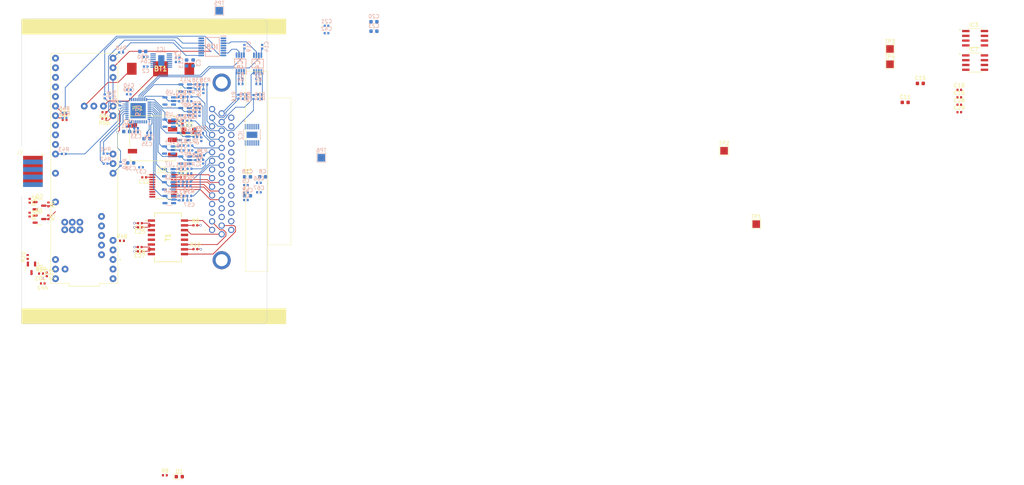
<source format=kicad_pcb>
(kicad_pcb (version 20221018) (generator pcbnew)
  (layers (0 "F.Cu" signal) (1 "In1.Cu" signal) (2 "In2.Cu" signal) (31 "B.Cu" signal) (34 "B.Paste" user) (35 "F.Paste" user) (36 "B.SilkS" user "B.Silkscreen") (37 "F.SilkS" user "F.Silkscreen") (38 "B.Mask" user) (39 "F.Mask" user) (44 "Edge.Cuts" user))
  (net 0 "")
  (net 1 "Net-(IC1-BYPASS)")
  (net 2 "5v_buck")
  (net 3 "Net-(IC1-NR)")
  (net 4 "Net-(IC2-BYPASS)")
  (net 5 "Net-(IC2-NR)")
  (net 6 "12v")
  (net 7 "Net-(BT1-+)")
  (net 8 "usb_gnd")
  (net 9 "5v_reful")
  (net 10 "5v_ref")
  (net 11 "Net-(T1-TCT)")
  (net 12 "Net-(T1-RCT)")
  (net 13 "Net-(IC9-REGCAPA)")
  (net 14 "Net-(IC9-REGCAPD)")
  (net 15 "Net-(D1-K)")
  (net 16 "Net-(D1-A)")
  (net 17 "12v_schot")
  (net 18 "GNDA")
  (net 26 "2v5_ref")
  (net 29 "sg1-")
  (net 30 "Net-(IC5-RG_1)")
  (net 31 "Net-(IC5-RG_2)")
  (net 32 "3v3")
  (net 33 "sg1")
  (net 34 "2v5_reful_dev")
  (net 35 "5v_reful_dev")
  (net 36 "SCLK1")
  (net 37 "Net-(U2-VOUT)")
  (net 38 "Net-(C43-Pad1)")
  (net 39 "Net-(C45-Pad1)")
  (net 40 "Net-(C46-Pad1)")
  (net 41 "AN3")
  (net 45 "sg2-")
  (net 46 "sg2")
  (net 47 "D4_3v3")
  (net 48 "D5_3v3")
  (net 49 "D6_3v3")
  (net 50 "Net-(C50-Pad1)")
  (net 51 "Net-(C51-Pad1)")
  (net 52 "Net-(C52-Pad1)")
  (net 53 "SCLK")
  (net 54 "!CS")
  (net 55 "!ERROR")
  (net 56 "AN2")
  (net 57 "Net-(C56-Pad1)")
  (net 58 "Net-(C57-Pad1)")
  (net 61 "Net-(C58-Pad1)")
  (net 62 "AN1")
  (net 63 "Net-(IC7-TRIM{slash}NR)")
  (net 64 "Net-(IC3-TRIM{slash}NR)")
  (net 65 "usb_d+")
  (net 66 "usb_d-")
  (net 67 "Rx-")
  (net 68 "Rx+")
  (net 69 "Tx-")
  (net 70 "Tx+")
  (net 71 "Net-(C62-Pad1)")
  (net 74 "Net-(T1-TXCT)")
  (net 75 "Net-(T1-RXCT)")
  (net 76 "Rd+")
  (net 77 "AN4")
  (net 78 "Net-(IC4-RG_1)")
  (net 80 "Net-(IC4-RG_2)")
  (net 82 "QS1S")
  (net 83 "DAC_BIAS_A")
  (net 84 "QS2S")
  (net 85 "DAC_BIAS_B")
  (net 90 "Rd-")
  (net 91 "Td+")
  (net 92 "Td-")
  (net 94 "D1_3v3")
  (net 99 "D2_3v3")
  (net 100 "D3_3v3")
  (net 101 "GPIO{slash}INT2_3v3")
  (net 102 "GPIO{slash}INT1_3v3")
  (net 104 "D3")
  (net 110 "D2")
  (net 111 "D1")
  (net 114 "SCL")
  (net 115 "SDA")
  (net 116 "AN5")
  (net 117 "GPIO{slash}INT2")
  (net 118 "GPIO{slash}INT1")
  (net 119 "D6")
  (net 120 "D5")
  (net 121 "D4")
  (net 122 "AN10")
  (net 123 "AN9")
  (net 124 "AN8")
  (net 125 "AN7")
  (net 126 "AN6")
  (net 127 "2v5_reful")
  (net 130 "MISO1")
  (net 131 "!LDAC")
  (net 132 "MOSI1")
  (net 134 "AN5_pre")
  (net 135 "AN4_pre")
  (net 136 "AN3_pre")
  (net 137 "AN2_pre")
  (net 138 "AN1_pre")
  (net 139 "QS1F")
  (net 140 "QS2F")
  (net 141 "AN10_pre")
  (net 142 "AN9_pre")
  (net 143 "AN8_pre")
  (net 144 "AN7_pre")
  (net 145 "AN6_pre")
  (net 146 "LS_EN")
  (net 147 "SCL_3v3")
  (net 148 "SDA_3v3")
  (net 149 "Net-(Q3-D)")
  (net 150 "Net-(U3-+)")
  (net 151 "Net-(U4-+)")
  (net 152 "Net-(U5-+)")
  (net 153 "Net-(U6-+)")
  (net 154 "Net-(U7-+)")
  (net 155 "Net-(U8-+)")
  (net 156 "Net-(U9-+)")
  (net 157 "Net-(U10-+)")
  (net 158 "Net-(U11-+)")
  (net 159 "Net-(U12-+)")
  (net 160 "Net-(U1-MISO)")
  (net 161 "MISO")
  (net 162 "Net-(U1-MOSI)")
  (net 163 "MOSI")
  (net 164 "Net-(U1-SCK)")
  (net 165 "CS-DAC")
  (net 166 "Net-(U1-LRCLK2)")
  (net 167 "Net-(U1-CS1)")
  (net 168 "GNDD")
  (net 169 "5v_usb")
  (net 170 "Net-(IC6-A1)")
  (net 171 "Net-(IC6-A2)")
  (net 172 "Net-(IC6-A3)")
  (net 173 "Net-(IC6-A5)")
  (net 175 "Net-(U1-OUT1B)")
  (net 177 "SYNC")
  (footprint "TestPoint:TestPoint_Pad_2.0x2.0mm" (layer "F.Cu") (at 230.025 11.9925)
    (fp_text reference "TP4")
    (fp_text value "TestPoint")
  )
  (footprint "Diode_SMD:D_0603_1608Metric" (layer "F.Cu") (at 41.7775 121.24)
    (fp_text reference "D1")
    (fp_text value "LED")
  )
  (footprint "Capacitor_SMD:C_0603_1608Metric" (layer "F.Cu") (at 238.065 17.0725)
    (fp_text reference "C15")
    (fp_text value "22uF")
  )
  (footprint "Capacitor_SMD:C_0402_1005Metric" (layer "F.Cu") (at 31.3 60.41 180)
    (fp_text reference "C26")
    (fp_text value "0.1uF")
  )
  (footprint "21xt_footprints:aaren_mouser_db44_screws" (layer "F.Cu") (at 50.46 55.869 90)
    (fp_text reference "J1")
    (fp_text value "Conn_02x23_Counter_Clockwise" hide)
  )
  (footprint "Resistor_SMD:R_0402_1005Metric" (layer "F.Cu") (at 2.13 51.83 -90)
    (fp_text reference "R11")
    (fp_text value "10k")
  )
  (footprint "21xt_footprints:SOIC127P599X175-8N" (layer "F.Cu") (at 252.58 5.095)
    (fp_text reference "IC3")
    (fp_text value "REF5025AIDR")
  )
  (footprint "Capacitor_SMD:C_0603_1608Metric" (layer "F.Cu") (at 234.055 22.0925)
    (fp_text reference "C11")
    (fp_text value "10uF")
  )
  (footprint "21xt_footprints:SOP65P640X120-20N" (layer "F.Cu") (at 37.495 44.18)
    (fp_text reference "IC6")
    (fp_text value "TXB0108PWR")
  )
  (footprint "Capacitor_SMD:C_0402_1005Metric" (layer "F.Cu") (at 248.385 18.7725)
    (fp_text reference "C10")
    (fp_text value "1uF")
  )
  (footprint "Capacitor_SMD:C_0402_1005Metric" (layer "F.Cu") (at 31.35 55.17 180)
    (fp_text reference "C25")
    (fp_text value "0.1uF")
  )
  (footprint "21xt_footprints:1220 holder" (layer "F.Cu") (at 36.81 13.19 180)
    (fp_text reference "BT1")
    (fp_text value "Battery_Cell" hide)
  )
  (footprint "Capacitor_SMD:C_0402_1005Metric" (layer "F.Cu") (at 248.385 24.6825)
    (fp_text reference "C29")
    (fp_text value "1uF")
  )
  (footprint "Resistor_SMD:R_0402_1005Metric" (layer "F.Cu") (at 1.61 63.03 90)
    (fp_text reference "R20")
    (fp_text value "1k")
  )
  (footprint "Capacitor_SMD:C_0402_1005Metric" (layer "F.Cu") (at 6.68 67.65 -90)
    (fp_text reference "C22")
    (fp_text value "0.1u")
  )
  (footprint "Package_TO_SOT_SMD:SOT-23-3" (layer "F.Cu") (at 2.6225 66.04 -90)
    (fp_text reference "Q3")
    (fp_text value "NMOS")
  )
  (footprint "Resistor_SMD:R_0402_1005Metric" (layer "F.Cu") (at 11.4 26.72)
    (fp_text reference "R57")
    (fp_text value "20R")
  )
  (footprint "21xt_footprints:CONV_TRS_2-2419" (layer "F.Cu") (at 34.69 31.61)
    (fp_text reference "PS1")
    (fp_text value "TRS_2-1211")
  )
  (footprint "Resistor_SMD:R_0402_1005Metric" (layer "F.Cu") (at 46.03 54.66)
    (fp_text reference "R9")
    (fp_text value "52.5")
  )
  (footprint "Resistor_SMD:R_0402_1005Metric" (layer "F.Cu") (at 37.95 120.86)
    (fp_text reference "R8")
    (fp_text value "330")
  )
  (footprint "Capacitor_SMD:C_0402_1005Metric" (layer "F.Cu") (at 248.385 22.7125)
    (fp_text reference "C28")
    (fp_text value "1uF")
  )
  (footprint "Capacitor_SMD:C_0402_1005Metric" (layer "F.Cu") (at 5.61 70.05 180)
    (fp_text reference "C44")
    (fp_text value "1u")
  )
  (footprint "TestPoint:TestPoint_Pad_2.0x2.0mm" (layer "F.Cu") (at 186.08 34.91)
    (fp_text reference "TP2")
    (fp_text value "TestPoint")
  )
  (footprint "TestPoint:TestPoint_Pad_2.0x2.0mm" (layer "F.Cu") (at 194.6 54.34)
    (fp_text reference "TP1")
    (fp_text value "TestPoint")
  )
  (footprint "Resistor_SMD:R_0402_1005Metric" (layer "F.Cu") (at 26.59 58.75)
    (fp_text reference "R48")
    (fp_text value "20R")
  )
  (footprint "21xt_footprints:SOIC127P599X175-8N" (layer "F.Cu") (at 252.58 11.55)
    (fp_text reference "IC7")
    (fp_text value "REF5050IDR")
  )
  (footprint "Capacitor_SMD:C_0402_1005Metric" (layer "F.Cu") (at 42.6 27.3 90)
    (fp_text reference "C9")
    (fp_text value "10uF")
  )
  (footprint "Capacitor_SMD:C_0402_1005Metric" (layer "F.Cu") (at 42.71 41.94)
    (fp_text reference "C17")
    (fp_text value "0.1uF")
  )
  (footprint "Capacitor_SMD:C_0402_1005Metric" (layer "F.Cu") (at 32.46 41.95 180)
    (fp_text reference "C12")
    (fp_text value "0.1uF")
  )
  (footprint "Resistor_SMD:R_0402_1005Metric" (layer "F.Cu") (at 21.94 24.69 180)
    (fp_text reference "R54")
    (fp_text value "20R")
  )
  (footprint "Resistor_SMD:R_0402_1005Metric" (layer "F.Cu") (at 46.03 60.96)
    (fp_text reference "R10")
    (fp_text value "52.5")
  )
  (footprint "Resistor_SMD:R_0402_1005Metric" (layer "F.Cu") (at 7.11 49.12 -90)
    (fp_text reference "R6")
    (fp_text value "10k")
  )
  (footprint "21xt_footprints:749013011" (layer "F.Cu") (at 38.77 57.84 -90)
    (fp_text reference "T1")
    (fp_text value "749013011" hide)
  )
  (footprint "Resistor_SMD:R_0402_1005Metric" (layer "F.Cu") (at 11.36 25.27)
    (fp_text reference "R55")
    (fp_text value "20R")
  )
  (footprint "Capacitor_SMD:C_0402_1005Metric" (layer "F.Cu") (at 31.31 61.54 180)
    (fp_text reference "C27")
    (fp_text value "0.1uF")
  )
  (footprint "Resistor_SMD:R_0402_1005Metric" (layer "F.Cu") (at 2.15 48.15 -90)
    (fp_text reference "R12")
    (fp_text value "10k")
  )
  (footprint "Capacitor_SMD:C_0402_1005Metric" (layer "F.Cu") (at 248.385 20.7425)
    (fp_text reference "C16")
    (fp_text value "1uF")
  )
  (footprint "Capacitor_SMD:C_0402_1005Metric" (layer "F.Cu") (at 31.36 54.09 180)
    (fp_text reference "C24")
    (fp_text value "0.1uF")
  )
  (footprint "21xt_footprints:MODULE_DEV-16771" (layer "F.Cu") (at 16.6 42.38 90)
    (fp_text reference "U1")
    (fp_text value "DEV-16771")
  )
  (footprint "Resistor_SMD:R_0402_1005Metric" (layer "F.Cu") (at 5.15 67.45)
    (fp_text reference "R19")
    (fp_text value "5k")
  )
  (footprint "Diode_SMD:D_1206_3216Metric" (layer "F.Cu") (at 44.39 29.63)
    (fp_text reference "D2")
    (fp_text value "D_Schottky")
  )
  (footprint "21xt_footprints:Double Sided Mezzanine Card Edge_Edge Side" (layer "F.Cu") (at 0 35.875)
    (fp_text reference "J2")
    (fp_text value "Mezanine Edge")
    (fp_line (start 0 0.3) (end 0.25 0.05) (stroke (width 0.01)) (layer "Edge.Cuts"))
    (fp_line (start 0 8.7) (end 0 0.3) (stroke (width 0.01)) (layer "Edge.Cuts"))
    (fp_line (start 0 8.7) (end 0.25 8.95) (stroke (width 0.01)) (layer "Edge.Cuts"))
    (fp_line (start 0.25 0.05) (end 4.7 0.05) (stroke (width 0.01)) (layer "Edge.Cuts"))
    (fp_line (start 1 -1.1) (end 0 -2.1) (stroke (width 0.01)) (layer "Edge.Cuts"))
    (fp_line (start 1 10.1) (end 0 11.1) (stroke (width 0.01)) (layer "Edge.Cuts"))
    (fp_line (start 4.7 -1.1) (end 1 -1.1) (stroke (width 0.01)) (layer "Edge.Cuts"))
    (fp_line (start 4.7 0.05) (end 4.7 -1.1) (stroke (width 0.01)) (layer "Edge.Cuts"))
    (fp_line (start 4.7 8.95) (end 0.25 8.95) (stroke (width 0.01)) (layer "Edge.Cuts"))
    (fp_line (start 4.7 8.95) (end 4.7 10.1) (stroke (width 0.01)) (layer "Edge.Cuts"))
    (fp_line (start 4.7 10.1) (end 1 10.1) (stroke (width 0.01)) (layer "Edge.Cuts"))
  )
  (footprint "Package_TO_SOT_SMD:SOT-23-3" (layer "F.Cu") (at 4.7075 49.45)
    (fp_text reference "Q2")
    (fp_text value "NMOS")
  )
  (footprint "Resistor_SMD:R_0402_1005Metric" (layer "F.Cu") (at 21.89 26.36 180)
    (fp_text reference "R56")
    (fp_text value "20R")
  )
  (footprint "Resistor_SMD:R_0402_1005Metric" (layer "F.Cu") (at 7.09 52.53 -90)
    (fp_text reference "R5")
    (fp_text value "10k")
  )
  (footprint "21xt_footprints:YFP0004AAAA" (layer "F.Cu") (at 5.56 68.69 180)
    (fp_text reference "U2")
    (fp_text value "TPS22915BYFPR")
  )
  (footprint "Package_TO_SOT_SMD:SOT-23-3" (layer "F.Cu") (at 4.72 53)
    (fp_text reference "Q1")
    (fp_text value "NMOS")
  )
  (footprint "TestPoint:TestPoint_Pad_2.0x2.0mm" (layer "F.Cu") (at 230.025 7.9425)
    (fp_text reference "TP3")
    (fp_text value "TestPoint")
  )
  (footprint "Resistor_SMD:R_0402_1005Metric" (layer "B.Cu") (at 48.65 17.35 180)
    (fp_text reference "R35")
    (fp_text value "27.7k")
  )
  (footprint "Resistor_SMD:R_0402_1005Metric" (layer "B.Cu") (at 46.5975 17.3375 180)
    (fp_text reference "R38")
    (fp_text value "99.1k")
  )
  (footprint "Resistor_SMD:R_0402_1005Metric" (layer "B.Cu") (at 44.42 26.98 180)
    (fp_text reference "R33")
    (fp_text value "27.7k")
  )
  (footprint "Capacitor_SMD:C_0402_1005Metric" (layer "B.Cu") (at 46 25.16 -90)
    (fp_text reference "C55")
    (fp_text value "1n")
  )
  (footprint "21xt_footprints:SOP65P490X110-8N" (layer "B.Cu") (at 62.53 11.81 90)
    (fp_text reference "IC4")
    (fp_text value "INA821IDGKT" hide)
  )
  (footprint "Resistor_SMD:R_0402_1005Metric" (layer "B.Cu") (at 42.23 43.09 180)
    (fp_text reference "R24")
    (fp_text value "99.1k")
  )
  (footprint "Package_TO_SOT_SMD:SOT-23-5" (layer "B.Cu") (at 42.9225 31.13 180)
    (fp_text reference "U5")
    (fp_text value "${SIM.PARAMS}")
  )
  (footprint "Capacitor_SMD:C_0402_1005Metric" (layer "B.Cu") (at 47.12 25.17 -90)
    (fp_text reference "C52")
    (fp_text value "100p")
  )
  (footprint "Capacitor_SMD:C_0603_1608Metric" (layer "B.Cu") (at 93.335 3.24 180)
    (fp_text reference "C23")
    (fp_text value "10uF")
  )
  (footprint "Capacitor_SMD:C_0402_1005Metric" (layer "B.Cu") (at 48.14 19.14 -90)
    (fp_text reference "C58")
    (fp_text value "100p")
  )
  (footprint "Capacitor_SMD:C_0402_1005Metric" (layer "B.Cu") (at 62.865 43.39 180)
    (fp_text reference "C66")
    (fp_text value "0.1uF")
  )
  (footprint "Capacitor_SMD:C_0402_1005Metric" (layer "B.Cu") (at 46.5575 18.6175 180)
    (fp_text reference "C61")
    (fp_text value "1n")
  )
  (footprint "21xt_footprints:SOP50P490X110-17N" (layer "B.Cu") (at 37 11.01 180)
    (fp_text reference "IC1")
    (fp_text value "LT6658AHMSE-2.5#PBF")
  )
  (footprint "Resistor_SMD:R_0402_1005Metric" (layer "B.Cu") (at 42.23 39.705 180)
    (fp_text reference "R31")
    (fp_text value "99.1k")
  )
  (footprint "Resistor_SMD:R_0402_1005Metric" (layer "B.Cu") (at 11.32 24.88 180)
    (fp_text reference "R45")
    (fp_text value "20R")
  )
  (footprint "Capacitor_SMD:C_0402_1005Metric" (layer "B.Cu") (at 42.4225 34.8425 180)
    (fp_text reference "C48")
    (fp_text value "1n")
  )
  (footprint "Capacitor_SMD:C_0603_1608Metric" (layer "B.Cu") (at 59.845 41.81 180)
    (fp_text reference "C18")
    (fp_text value "10uF")
  )
  (footprint "Capacitor_SMD:C_0603_1608Metric" (layer "B.Cu") (at 45.44 11.635 90)
    (fp_text reference "C3")
    (fp_text value "10uF")
  )
  (footprint "Resistor_SMD:R_0402_1005Metric" (layer "B.Cu") (at 44.4125 46.8575 180)
    (fp_text reference "R34")
    (fp_text value "27.7k")
  )
  (footprint "Capacitor_SMD:C_0402_1005Metric" (layer "B.Cu") (at 80.77 1.79 180)
    (fp_text reference "C21")
    (fp_text value "0.1uF")
  )
  (footprint "Resistor_SMD:R_0402_1005Metric" (layer "B.Cu") (at 22.02 20.49 90)
    (fp_text reference "R47")
    (fp_text value "20R")
  )
  (footprint "Capacitor_SMD:C_0402_1005Metric" (layer "B.Cu") (at 41.35 10.25 180)
    (fp_text reference "C1")
    (fp_text value "1uF")
  )
  (footprint "Capacitor_SMD:C_0402_1005Metric" (layer "B.Cu") (at 59.425 47.95 180)
    (fp_text reference "C7")
    (fp_text value "0.1uF")
  )
  (footprint "Capacitor_SMD:C_0402_1005Metric" (layer "B.Cu") (at 30.34 29.96)
    (fp_text reference "C33")
    (fp_text value "1uF")
  )
  (footprint "Package_TO_SOT_SMD:SOT-23-5" (layer "B.Cu") (at 38.98 40.72 180)
    (fp_text reference "U7")
    (fp_text value "${SIM.PARAMS}")
  )
  (footprint "Resistor_SMD:R_0402_1005Metric" (layer "B.Cu") (at 11.185 35.74 180)
    (fp_text reference "R43")
    (fp_text value "20R")
  )
  (footprint "Resistor_SMD:R_0402_1005Metric" (layer "B.Cu") (at 22.24 35.67 180)
    (fp_text reference "R41")
    (fp_text value "20R")
  )
  (footprint "Capacitor_SMD:C_0603_1608Metric" (layer "B.Cu") (at 43.7 11.655 -90)
    (fp_text reference "C13")
    (fp_text value "10uF")
  )
  (footprint "Package_TO_SOT_SMD:SOT-23-5" (layer "B.Cu") (at 43.32 37.3775 180)
    (fp_text reference "U12")
    (fp_text value "${SIM.PARAMS}")
  )
  (footprint "Package_TO_SOT_SMD:SOT-23-5" (layer "B.Cu") (at 39.11 21.7175 180)
    (fp_text reference "U6")
    (fp_text value "${SIM.PARAMS}")
  )
  (footprint "Capacitor_SMD:C_0402_1005Metric" (layer "B.Cu") (at 42.2925 48.0375 180)
    (fp_text reference "C60")
    (fp_text value "1n")
  )
  (footprint "Resistor_SMD:R_0402_1005Metric" (layer "B.Cu") (at 61.42 20.67 -90)
    (fp_text reference "R13")
    (fp_text value "350")
  )
  (footprint "Capacitor_SMD:C_0402_1005Metric" (layer "B.Cu") (at 48.09 37.8 -90)
    (fp_text reference "C62")
    (fp_text value "100p")
  )
  (footprint "Capacitor_SMD:C_0402_1005Metric" (layer "B.Cu") (at 62.865 45.9 180)
    (fp_text reference "C67")
    (fp_text value "0.1uF")
  )
  (footprint "Capacitor_SMD:C_0402_1005Metric" (layer "B.Cu") (at 59.425 44.01 180)
    (fp_text reference "C5")
    (fp_text value "1uF")
  )
  (footprint "Capacitor_SMD:C_0402_1005Metric" (layer "B.Cu") (at 44.42 28.21)
    (fp_text reference "C56")
    (fp_text value "100p")
  )
  (footprint "Capacitor_SMD:C_0402_1005Metric" (layer "B.Cu") (at 44.4125 48.06)
    (fp_text reference "C57")
    (fp_text value "100p")
  )
  (footprint "Resistor_SMD:R_0402_1005Metric" (layer "B.Cu") (at 58.04 15.86 180)
    (fp_text reference "R2")
    (fp_text value "R")
  )
  (footprint "Resistor_SMD:R_0402_1005Metric" (layer "B.Cu") (at 26.21 38.37 90)
    (fp_text reference "R49")
    (fp_text value "20R")
  )
  (footprint "TestPoint:TestPoint_Pad_2.0x2.0mm" (layer "B.Cu") (at 79.39 36.77 180)
    (fp_text reference "TP6")
    (fp_text value "TestPoint")
  )
  (footprint "Resistor_SMD:R_0402_1005Metric" (layer "B.Cu") (at 63.15 19.99)
    (fp_text reference "R14")
    (fp_text value "350")
  )
  (footprint "Package_TO_SOT_SMD:SOT-23-5" (layer "B.Cu") (at 43.34 18.29 180)
    (fp_text reference "U11")
    (fp_text value "${SIM.PARAMS}")
  )
  (footprint "Resistor_SMD:R_0402_1005Metric" (layer "B.Cu") (at 57.42 20.59 -90)
    (fp_text reference "R16")
    (fp_text value "350")
  )
  (footprint "Capacitor_SMD:C_0402_1005Metric" (layer "B.Cu") (at 41.35 11.4 180)
    (fp_text reference "C4")
    (fp_text value "0.1uF")
  )
  (footprint "Resistor_SMD:R_0402_1005Metric" (layer "B.Cu") (at 47.14 23.07 -90)
    (fp_text reference "R29")
    (fp_text value "27.7k")
  )
  (footprint "21xt_footprints:SOP65P640X120-16N" (layer "B.Cu") (at 50.52 7.38 180)
    (fp_text reference "IC8")
    (fp_text value "AD5689RARUZ-RL7" hide)
  )
  (footprint "Resistor_SMD:R_0402_1005Metric" (layer "B.Cu") (at 59.06 19.94)
    (fp_text reference "R17")
    (fp_text value "350")
  )
  (footprint "Capacitor_SMD:C_0603_1608Metric" (layer "B.Cu") (at 27.83 29.81 180)
    (fp_text reference "C31")
    (fp_text value "10uF")
  )
  (footprint "Resistor_SMD:R_0402_1005Metric" (layer "B.Cu") (at 42.24 26.96 180)
    (fp_text reference "R36")
    (fp_text value "99.1k")
  )
  (footprint "Package_TO_SOT_SMD:SOT-23-5" (layer "B.Cu") (at 39.12 47.83 180)
    (fp_text reference "U10")
    (fp_text value "${SIM.PARAMS}")
  )
  (footprint "Capacitor_SMD:C_0402_1005Metric" (layer "B.Cu") (at 28.38 19.94 180)
    (fp_text reference "C39")
    (fp_text value "0.1uF")
  )
  (footprint "Resistor_SMD:R_0402_1005Metric" (layer "B.Cu") (at 44.29 43.09 180)
    (fp_text reference "R21")
    (fp_text value "27.7k")
  )
  (footprint "Capacitor_SMD:C_0603_1608Metric" (layer "B.Cu") (at 93.335 0.73 180)
    (fp_text reference "C20")
    (fp_text value "10uF")
  )
  (footprint "Capacitor_SMD:C_0603_1608Metric" (layer "B.Cu") (at 63.855 41.81 180)
    (fp_text reference "C8")
    (fp_text value "10uF")
  )
  (footprint "Capacitor_SMD:C_0402_1005Metric" (layer "B.Cu") (at 63.72 7.34 90)
    (fp_text reference "C14")
    (fp_text value "1uF")
  )
  (footprint "21xt_footprints:SOP50P490X110-17N" (layer "B.Cu") (at 61.03 30.68 -90)
    (fp_text reference "IC2")
    (fp_text value "LT6658AHMSE-5#PBF")
  )
  (footprint "Capacitor_SMD:C_0402_1005Metric" (layer "B.Cu") (at 42.25 40.885 180)
    (fp_text reference "C54")
    (fp_text value "1n")
  )
  (footprint "Capacitor_SMD:C_0402_1005Metric" (layer "B.Cu") (at 80.77 3.76 180)
    (fp_text reference "C42")
    (fp_text value "0.1uF")
  )
  (footprint "Capacitor_SMD:C_0402_1005Metric" (layer "B.Cu") (at 47.5925 31.85 -90)
    (fp_text reference "C46")
    (fp_text value "100p")
  )
  (footprint "Package_TO_SOT_SMD:SOT-23-5" (layer "B.Cu") (at 39.09 27.5975 180)
    (fp_text reference "U9")
    (fp_text value "${SIM.PARAMS}")
  )
  (footprint "Resistor_SMD:R_0402_1005Metric" (layer "B.Cu") (at 26 22.39 -90)
    (fp_text reference "R7")
    (fp_text value "10k")
  )
  (footprint "Resistor_SMD:R_0402_1005Metric" (layer "B.Cu") (at 26.38 8.85 180)
    (fp_text reference "R48")
    (fp_text value "20R")
  )
  (footprint "Capacitor_SMD:C_0402_1005Metric" (layer "B.Cu") (at 31.64 39.28)
    (fp_text reference "C37")
    (fp_text value "0.1uF")
  )
  (footprint "Capacitor_SMD:C_0603_1608Metric" (layer "B.Cu") (at 33.19 31.7)
    (fp_text reference "C35")
    (fp_text value "10uF")
  )
  (footprint "Capacitor_SMD:C_0402_1005Metric" (layer "B.Cu") (at 46.0325 31.26 180)
    (fp_text reference "C49")
    (fp_text value "1n")
  )
  (footprint "Resistor_SMD:R_0402_1005Metric" (layer "B.Cu") (at 42.2825 46.86 180)
    (fp_text reference "R37")
    (fp_text value "99.1k")
  )
  (footprint "Resistor_SMD:R_0402_1005Metric" (layer "B.Cu") (at 47.83 36.09 180)
    (fp_text reference "R39")
    (fp_text value "27.7k")
  )
  (footprint "Capacitor_SMD:C_0402_1005Metric" (layer "B.Cu") (at 44.48 21.78)
    (fp_text reference "C50")
    (fp_text value "100p")
  )
  (footprint "Resistor_SMD:R_0402_1005Metric" (layer "B.Cu") (at 58.03 17.22 180)
    (fp_text reference "R4")
    (fp_text value "20")
  )
  (footprint "Resistor_SMD:R_0402_1005Metric" (layer "B.Cu") (at 62.69 17.22 180)
    (fp_text reference "R1")
    (fp_text value "R")
  )
  (footprint "Capacitor_SMD:C_0603_1608Metric" (layer "B.Cu") (at 32.105 8.61)
    (fp_text reference "C30")
    (fp_text value "10uF")
  )
  (footprint "Resistor_SMD:R_0402_1005Metric" (layer "B.Cu") (at 47.5425 30.19 180)
    (fp_text reference "R23")
    (fp_text value "27.7k")
  )
  (footprint "Capacitor_SMD:C_0402_1005Metric" (layer "B.Cu") (at 42.19 44.1725 180)
    (fp_text reference "C47")
    (fp_text value "1n")
  )
  (footprint "Resistor_SMD:R_0402_1005Metric" (layer "B.Cu") (at 42.4225 33.5225 180)
    (fp_text reference "R25")
    (fp_text value "99.1k")
  )
  (footprint "Capacitor_SMD:C_0402_1005Metric" (layer "B.Cu") (at 44.7425 34.8025)
    (fp_text reference "C45")
    (fp_text value "100p")
  )
  (footprint "Resistor_SMD:R_0402_1005Metric" (layer "B.Cu") (at 42.25 20.61 180)
    (fp_text reference "R30")
    (fp_text value "99.1k")
  )
  (footprint "Resistor_SMD:R_0402_1005Metric" (layer "B.Cu") (at 44.49 20.61 180)
    (fp_text reference "R27")
    (fp_text value "27.7k")
  )
  (footprint "Resistor_SMD:R_0402_1005Metric" (layer "B.Cu") (at 11.35 26.19 180)
    (fp_text reference "R44")
    (fp_text value "20R")
  )
  (footprint "Package_TO_SOT_SMD:SOT-23-5" (layer "B.Cu") (at 43.3 24.54 180)
    (fp_text reference "U8")
    (fp_text value "${SIM.PARAMS}")
  )
  (footprint "Resistor_SMD:R_0402_1005Metric" (layer "B.Cu") (at 46.18 35.82 90)
    (fp_text reference "R40")
    (fp_text value "99.1k")
  )
  (footprint "Resistor_SMD:R_0402_1005Metric" (layer "B.Cu") (at 63.09 21.17 180)
    (fp_text reference "R15")
    (fp_text value "350")
  )
  (footprint "Resistor_SMD:R_0402_1005Metric" (layer "B.Cu") (at 59.11 21.14 180)
    (fp_text reference "R18")
    (fp_text value "350")
  )
  (footprint "Capacitor_SMD:C_0402_1005Metric" (layer "B.Cu") (at 42.24 28.2 180)
    (fp_text reference "C59")
    (fp_text value "1n")
  )
  (footprint "Capacitor_SMD:C_0402_1005Metric" (layer "B.Cu") (at 42.24 21.81 180)
    (fp_text reference "C53")
    (fp_text value "1n")
  )
  (footprint "21xt_footprints:SOP65P490X110-8N" (layer "B.Cu") (at 57.92 11.76 90)
    (fp_text reference "IC5")
    (fp_text value "INA821IDGKT" hide)
  )
  (footprint "Resistor_SMD:R_0402_1005Metric" (layer "B.Cu") (at 22.255 38.32 180)
    (fp_text reference "R42")
    (fp_text value "20R")
  )
  (footprint "Package_TO_SOT_SMD:SOT-23-5" (layer "B.Cu") (at 38.96 44.1975 180)
    (fp_text reference "U3")
    (fp_text value "${SIM.PARAMS}")
  )
  (footprint "Capacitor_SMD:C_0402_1005Metric" (layer "B.Cu") (at 30.34 28.92)
    (fp_text reference "C34")
    (fp_text value "0.1uF")
  )
  (footprint "Capacitor_SMD:C_0402_1005Metric" (layer "B.Cu") (at 28.42 18.75 180)
    (fp_text reference "C40")
    (fp_text value "1uF")
  )
  (footprint "Capacitor_SMD:C_0402_1005Metric" (layer "B.Cu") (at 59.03 7.33 90)
    (fp_text reference "C19")
    (fp_text value "1uF")
  )
  (footprint "Capacitor_SMD:C_0603_1608Metric" (layer "B.Cu") (at 59.845 46.83 180)
    (fp_text reference "C41")
    (fp_text value "10uF")
  )
  (footprint "TestPoint:TestPoint_Pad_2.0x2.0mm" (layer "B.Cu") (at 52.36 -2.18 180)
    (fp_text reference "TP5")
    (fp_text value "TestPoint")
  )
  (footprint "Capacitor_SMD:C_0402_1005Metric" (layer "B.Cu") (at 32.86 10.03)
    (fp_text reference "C64")
    (fp_text value "0.1uF")
  )
  (footprint "Resistor_SMD:R_0402_1005Metric" (layer "B.Cu") (at 45.9525 29.69 90)
    (fp_text reference "R26")
    (fp_text value "99.1k")
  )
  (footprint "Resistor_SMD:R_0402_1005Metric" (layer "B.Cu") (at 62.67 15.85 180)
    (fp_text reference "R3")
    (fp_text value "20")
  )
  (footprint "Capacitor_SMD:C_0402_1005Metric" (layer "B.Cu") (at 59.425 45.98 180)
    (fp_text reference "C6")
    (fp_text value "0.1uF")
  )
  (footprint "Capacitor_SMD:C_0402_1005Metric" (layer "B.Cu") (at 44.26 44.24)
    (fp_text reference "C43")
    (fp_text value "100p")
  )
  (footprint "Resistor_SMD:R_0402_1005Metric" (layer "B.Cu") (at 46 23.06 90)
    (fp_text reference "R32")
    (fp_text value "99.1k")
  )
  (footprint "Resistor_SMD:R_0402_1005Metric" (layer "B.Cu") (at 23.43 20.28 90)
    (fp_text reference "R46")
    (fp_text value "20R")
  )
  (footprint "Resistor_SMD:R_0402_1005Metric" (layer "B.Cu") (at 44.49 39.685 180)
    (fp_text reference "R28")
    (fp_text value "27.7k")
  )
  (footprint "Capacitor_SMD:C_0402_1005Metric" (layer "B.Cu") (at 28.36 28.45 180)
    (fp_text reference "C32")
    (fp_text value "0.1uF")
  )
  (footprint "21xt_footprints:AD7175-8BCPZ-RL7" (layer "B.Cu") (at 30.86 24.29 90)
    (fp_text reference "IC9")
    (fp_text value "AD7175-8BCPZ-RL7" hide)
  )
  (footprint "Package_TO_SOT_SMD:SOT-23-5" (layer "B.Cu") (at 39.0125 34.71 180)
    (fp_text reference "U4")
    (fp_text value "${SIM.PARAMS}")
  )
  (footprint "Capacitor_SMD:C_0603_1608Metric" (layer "B.Cu") (at 28.905 38.13)
    (fp_text reference "C38")
    (fp_text value "10uF")
  )
  (footprint "Capacitor_SMD:C_0402_1005Metric" (layer "B.Cu") (at 32.87 12.6)
    (fp_text reference "C2")
    (fp_text value "0.1uF")
  )
  (footprint "Capacitor_SMD:C_0402_1005Metric" (layer "B.Cu") (at 46.55 37.39 180)
    (fp_text reference "C63")
    (fp_text value "1n")
  )
  (footprint "Capacitor_SMD:C_0402_1005Metric" (layer "B.Cu") (at 44.47 40.895)
    (fp_text reference "C51")
    (fp_text value "100p")
  )
  (footprint "Resistor_SMD:R_0402_1005Metric" (layer "B.Cu") (at 44.7025 33.5525 180)
    (fp_text reference "R22")
    (fp_text value "27.7k")
  )
  (footprint "Capacitor_SMD:C_0402_1005Metric" (layer "B.Cu") (at 33.75 30.17)
    (fp_text reference "C36")
    (fp_text value "0.1uF")
  )
  (gr_rect (start 0 0) (end 70 4) (stroke (width 0.15)) (fill solid) (layer "F.SilkS"))
  (gr_rect (start 0 76.75) (end 70 80.75) (stroke (width 0.15)) (fill solid) (layer "F.SilkS"))
  (gr_arc locked (start 0 1) (mid 0.292893 0.292893) (end 1 0) (stroke (width 0.1)) (layer "Edge.Cuts"))
  (gr_arc locked (start 1 80.75) (mid 0.292893 80.457107) (end 0 79.75) (stroke (width 0.1)) (layer "Edge.Cuts"))
  (gr_arc locked (start 65 79.75) (mid 64.707107 80.457107) (end 64 80.75) (stroke (width 0.1)) (layer "Edge.Cuts"))
  (gr_line locked (start 64 80.75) (end 1 80.75) (stroke (width 0.1)) (layer "Edge.Cuts"))
  (gr_arc locked (start 64 0) (mid 64.707106 0.292893) (end 65 1) (stroke (width 0.1)) (layer "Edge.Cuts"))
  (gr_line locked (start 1 0) (end 64 0) (stroke (width 0.1)) (layer "Edge.Cuts"))
  (gr_line locked (start 65 1) (end 65 79.75) (stroke (width 0.1)) (layer "Edge.Cuts"))
  (gr_line locked (start 0 1) (end 0 33.775) (stroke (width 0.1)) (layer "Edge.Cuts"))
  (gr_line locked (start 0 46.975) (end 0 79.75) (stroke (width 0.1)) (layer "Edge.Cuts"))
  (segment (start 40.365 41.905) (end 42.195 41.905) (width 0.2) (layer "F.Cu") (net 2))
  (segment (start 42.195 41.905) (end 42.23 41.94) (width 0.2) (layer "F.Cu") (net 2))
  (segment (start 23.02 21.74) (end 21.68 23.08) (width 0.2) (layer "F.Cu") (net 7))
  (segment (start 28.26 21.74) (end 23.02 21.74) (width 0.2) (layer "F.Cu") (net 7))
  (segment (start 36.81 13.19) (end 28.26 21.74) (width 0.2) (layer "F.Cu") (net 7))
  (segment (start 33.83 29.31) (end 33.27 29.87) (width 0.2) (layer "B.Cu") (net 10))
  (segment (start 33.27 30.845) (end 32.415 31.7) (width 0.2) (layer "B.Cu") (net 10))
  (segment (start 33.81 29.19) (end 33.83 29.21) (width 0.2) (layer "B.Cu") (net 10))
  (segment (start 33.27 29.87) (end 33.27 30.17) (width 0.2) (layer "B.Cu") (net 10))
  (segment (start 33.27 30.17) (end 33.27 30.845) (width 0.2) (layer "B.Cu") (net 10))
  (segment (start 33.83 29.21) (end 33.83 29.31) (width 0.2) (layer "B.Cu") (net 10))
  (segment (start 33.81 26.54) (end 33.81 29.19) (width 0.2) (layer "B.Cu") (net 10))
  (segment (start 33.86 61.54) (end 34.385 61.015) (width 0.2) (layer "F.Cu") (net 11))
  (segment (start 31.78 60.41) (end 33.78 60.41) (width 0.2) (layer "F.Cu") (net 11))
  (segment (start 33.78 60.41) (end 34.385 61.015) (width 0.2) (layer "F.Cu") (net 11))
  (segment (start 31.79 61.54) (end 33.86 61.54) (width 0.2) (layer "F.Cu") (net 11))
  (segment (start 31.83 55.17) (end 33.88 55.17) (width 0.2) (layer "F.Cu") (net 12))
  (segment (start 31.84 54.09) (end 33.81 54.09) (width 0.2) (layer "F.Cu") (net 12))
  (segment (start 33.81 54.09) (end 34.385 54.665) (width 0.2) (layer "F.Cu") (net 12))
  (segment (start 33.88 55.17) (end 34.385 54.665) (width 0.2) (layer "F.Cu") (net 12))
  (segment (start 30.11 28.21) (end 30.11 27.24) (width 0.2) (layer "B.Cu") (net 13))
  (segment (start 30.82 29.96) (end 30.82 28.92) (width 0.2) (layer "B.Cu") (net 13))
  (segment (start 30.82 28.92) (end 30.11 28.21) (width 0.2) (layer "B.Cu") (net 13))
  (segment (start 29.86 28.92) (end 29.61 28.67) (width 0.2) (layer "B.Cu") (net 18))
  (segment (start 34.23 30.17) (end 34.23 31.435) (width 0.2) (layer "B.Cu") (net 18))
  (segment (start 34.535 26.09) (end 34.535 27.765) (width 0.2) (layer "B.Cu") (net 18))
  (segment (start 29.86 29.96) (end 29.86 28.92) (width 0.2) (layer "B.Cu") (net 18))
  (segment (start 34.535 27.765) (end 34.23 28.07) (width 0.2) (layer "B.Cu") (net 18))
  (segment (start 34.485 26.04) (end 34.535 26.09) (width 0.2) (layer "B.Cu") (net 18))
  (segment (start 34.23 31.435) (end 33.965 31.7) (width 0.2) (layer "B.Cu") (net 18))
  (segment (start 34.23 28.07) (end 34.23 30.17) (width 0.2) (layer "B.Cu") (net 18))
  (segment (start 29.61 28.67) (end 29.61 27.24) (width 0.2) (layer "B.Cu") (net 18))
  (segment (start 33.81 26.04) (end 34.485 26.04) (width 0.2) (layer "B.Cu") (net 18))
  (segment (start 63.66 21.11) (end 63.6 21.17) (width 0.2) (layer "B.Cu") (net 29))
  (segment (start 63.77 19.88) (end 63.66 19.99) (width 0.2) (layer "B.Cu") (net 29))
  (segment (start 63.77 14.275) (end 63.77 19.88) (width 0.2) (layer "B.Cu") (net 29))
  (segment (start 63.505 14.01) (end 63.77 14.275) (width 0.2) (layer "B.Cu") (net 29))
  (segment (start 63.66 19.99) (end 63.66 21.11) (width 0.2) (layer "B.Cu") (net 29))
  (segment (start 58.54 15.87) (end 58.55 15.86) (width 0.2) (layer "B.Cu") (net 30))
  (segment (start 58.245 15.555) (end 58.245 13.96) (width 0.2) (layer "B.Cu") (net 30))
  (segment (start 58.54 17.22) (end 58.54 15.87) (width 0.2) (layer "B.Cu") (net 30))
  (segment (start 58.55 15.86) (end 58.245 15.555) (width 0.2) (layer "B.Cu") (net 30))
  (segment (start 57.53 14.025) (end 57.595 13.96) (width 0.2) (layer "B.Cu") (net 31))
  (segment (start 57.52 17.22) (end 57.52 15.87) (width 0.2) (layer "B.Cu") (net 31))
  (segment (start 57.53 15.86) (end 57.53 14.025) (width 0.2) (layer "B.Cu") (net 31))
  (segment (start 57.52 15.87) (end 57.53 15.86) (width 0.2) (layer "B.Cu") (net 31))
  (segment (start 32.985 41.905) (end 32.94 41.95) (width 0.2) (layer "F.Cu") (net 32))
  (segment (start 34.625 41.905) (end 32.985 41.905) (width 0.2) (layer "F.Cu") (net 32))
  (segment (start 26 21.88) (end 27.75 21.88) (width 0.2) (layer "B.Cu") (net 32))
  (segment (start 27.75 21.88) (end 27.91 22.04) (width 0.2) (layer "B.Cu") (net 32))
  (segment (start 60.32 12.96) (end 49.94 12.96) (width 0.2) (layer "B.Cu") (net 33))
  (segment (start 31.61 20.32) (end 31.61 21.34) (width 0.2) (layer "B.Cu") (net 33))
  (segment (start 36.63 15.3) (end 31.61 20.32) (width 0.2) (layer "B.Cu") (net 33))
  (segment (start 47.6 15.3) (end 36.63 15.3) (width 0.2) (layer "B.Cu") (net 33))
  (segment (start 62.855 9.61) (end 62.855 10.425) (width 0.2) (layer "B.Cu") (net 33))
  (segment (start 49.94 12.96) (end 47.6 15.3) (width 0.2) (layer "B.Cu") (net 33))
  (segment (start 62.855 10.425) (end 60.32 12.96) (width 0.2) (layer "B.Cu") (net 33))
  (segment (start 62.64 19.99) (end 61.59 19.99) (width 0.2) (layer "B.Cu") (net 34))
  (segment (start 61.59 19.99) (end 61.42 20.16) (width 0.2) (layer "B.Cu") (net 34))
  (segment (start 58.55 19.94) (end 57.56 19.94) (width 0.2) (layer "B.Cu") (net 34))
  (segment (start 57.56 19.94) (end 57.42 20.08) (width 0.2) (layer "B.Cu") (net 34))
  (segment (start 28.605 28.685) (end 28.84 28.45) (width 0.2) (layer "B.Cu") (net 35))
  (segment (start 28.84 27.47) (end 28.61 27.24) (width 0.2) (layer "B.Cu") (net 35))
  (segment (start 28.605 29.81) (end 28.605 28.685) (width 0.2) (layer "B.Cu") (net 35))
  (segment (start 63.505 9.61) (end 63.505 8.325) (width 0.2) (layer "B.Cu") (net 35))
  (segment (start 63.505 8.325) (end 63.72 8.11) (width 0.2) (layer "B.Cu") (net 35))
  (segment (start 28.84 28.45) (end 28.84 27.51) (width 0.2) (layer "B.Cu") (net 35))
  (segment (start 63.72 8.11) (end 63.72 7.82) (width 0.2) (layer "B.Cu") (net 35))
  (segment (start 58.895 9.56) (end 58.895 7.945) (width 0.2) (layer "B.Cu") (net 35))
  (segment (start 28.84 28.45) (end 28.84 27.47) (width 0.2) (layer "B.Cu") (net 35))
  (segment (start 58.895 7.945) (end 59.03 7.81) (width 0.2) (layer "B.Cu") (net 35))
  (segment (start 28.84 27.51) (end 29.11 27.24) (width 0.2) (layer "B.Cu") (net 35))
  (segment (start 23.02 9.882943) (end 27.292943 5.61) (width 0.2) (layer "B.Cu") (net 36))
  (segment (start 42.545 7.705) (end 47.582 7.705) (width 0.2) (layer "B.Cu") (net 36))
  (segment (start 23.43 19.77) (end 23.02 19.36) (width 0.2) (layer "B.Cu") (net 36))
  (segment (start 27.292943 5.61) (end 40.45 5.61) (width 0.2) (layer "B.Cu") (net 36))
  (segment (start 40.45 5.61) (end 42.545 7.705) (width 0.2) (layer "B.Cu") (net 36))
  (segment (start 23.02 19.36) (end 23.02 9.882943) (width 0.2) (layer "B.Cu") (net 36))
  (segment (start 42.74 43.09) (end 43.78 43.09) (width 0.2) (layer "B.Cu") (net 38))
  (segment (start 42.74 43.09) (end 42.74 44.1025) (width 0.2) (layer "B.Cu") (net 38))
  (segment (start 42.67 43.925) (end 42.67 44.1725) (width 0.2) (layer "B.Cu") (net 38))
  (segment (start 43.78 44.24) (end 43.78 43.09) (width 0.2) (layer "B.Cu") (net 38))
  (segment (start 42.74 44.1025) (end 42.67 44.1725) (width 0.2) (layer "B.Cu") (net 38))
  (segment (start 46.32 30.5675) (end 46.32 31.0675) (width 0.2) (layer "B.Cu") (net 40))
  (segment (start 46.32 31.0675) (end 46.5125 31.26) (width 0.2) (layer "B.Cu") (net 40))
  (segment (start 47.4 30.5575) (end 47.4 31.1775) (width 0.2) (layer "B.Cu") (net 40))
  (segment (start 47.0325 30.19) (end 47.4 30.5575) (width 0.2) (layer "B.Cu") (net 40))
  (segment (start 45.9625 30.19) (end 45.9525 30.2) (width 0.2) (layer "B.Cu") (net 40))
  (segment (start 47.4 31.1775) (end 47.5925 31.37) (width 0.2) (layer "B.Cu") (net 40))
  (segment (start 45.9525 30.2) (end 46.32 30.5675) (width 0.2) (layer "B.Cu") (net 40))
  (segment (start 47.0325 30.19) (end 45.9625 30.19) (width 0.2) (layer "B.Cu") (net 40))
  (segment (start 41.785 30.18) (end 38.281948 30.18) (width 0.2) (layer "B.Cu") (net 41))
  (segment (start 35.19 22.54) (end 33.81 22.54) (width 0.2) (layer "B.Cu") (net 41))
  (segment (start 44.06 31.13) (end 45.4225 31.13) (width 0.2) (layer "B.Cu") (net 41))
  (segment (start 38.281948 30.18) (end 36.95 28.848052) (width 0.2) (layer "B.Cu") (net 41))
  (segment (start 42.735 31.13) (end 44.06 31.13) (width 0.2) (layer "B.Cu") (net 41))
  (segment (start 36.95 24.3) (end 35.19 22.54) (width 0.2) (layer "B.Cu") (net 41))
  (segment (start 41.785 30.18) (end 42.735 31.13) (width 0.2) (layer "B.Cu") (net 41))
  (segment (start 36.95 28.848052) (end 36.95 24.3) (width 0.2) (layer "B.Cu") (net 41))
  (segment (start 45.4225 31.13) (end 45.5525 31.26) (width 0.2) (layer "B.Cu") (net 41))
  (segment (start 59.57 21.09) (end 59.62 21.14) (width 0.2) (layer "B.Cu") (net 45))
  (segment (start 59.57 19.94) (end 59.57 21.09) (width 0.2) (layer "B.Cu") (net 45))
  (segment (start 56.145 12.56) (end 49.62 12.56) (width 0.2) (layer "B.Cu") (net 46))
  (segment (start 58.245 10.46) (end 56.145 12.56) (width 0.2) (layer "B.Cu") (net 46))
  (segment (start 58.245 9.56) (end 58.245 10.46) (width 0.2) (layer "B.Cu") (net 46))
  (segment (start 49.62 12.56) (end 47.28 14.9) (width 0.2) (layer "B.Cu") (net 46))
  (segment (start 36.464315 14.9) (end 31.11 20.254314) (width 0.2) (layer "B.Cu") (net 46))
  (segment (start 47.28 14.9) (end 36.464315 14.9) (width 0.2) (layer "B.Cu") (net 46))
  (segment (start 31.11 20.254314) (end 31.11 21.34) (width 0.2) (layer "B.Cu") (net 46))
  (segment (start 10.78 24.88) (end 8.98 23.08) (width 0.2) (layer "F.Cu") (net 47))
  (segment (start 11.15 24.88) (end 10.78 24.88) (width 0.2) (layer "F.Cu") (net 47))
  (segment (start 42.76 20.61) (end 42.76 21.77) (width 0.2) (layer "B.Cu") (net 50))
  (segment (start 42.76 21.77) (end 42.72 21.81) (width 0.2) (layer "B.Cu") (net 50))
  (segment (start 42.76 20.61) (end 43.98 20.61) (width 0.2) (layer "B.Cu") (net 50))
  (segment (start 43.98 20.61) (end 43.98 21.76) (width 0.2) (layer "B.Cu") (net 50))
  (segment (start 43.98 21.76) (end 44 21.78) (width 0.2) (layer "B.Cu") (net 50))
  (segment (start 47.14 24.67) (end 47.12 24.69) (width 0.2) (layer "B.Cu") (net 52))
  (segment (start 47.14 23.58) (end 47.14 24.67) (width 0.2) (layer "B.Cu") (net 52))
  (segment (start 46 23.57) (end 46 24.68) (width 0.2) (layer "B.Cu") (net 52))
  (segment (start 47.14 23.58) (end 46.01 23.58) (width 0.2) (layer "B.Cu") (net 52))
  (segment (start 46.01 23.58) (end 46 23.57) (width 0.2) (layer "B.Cu") (net 52))
  (segment (start 26.82 24.04) (end 25.53 25.33) (width 0.2) (layer "B.Cu") (net 53))
  (segment (start 16.76 35.74) (end 11.695 35.74) (width 0.2) (layer "B.Cu") (net 53))
  (segment (start 27.91 24.04) (end 26.82 24.04) (width 0.2) (layer "B.Cu") (net 53))
  (segment (start 25.53 26.97) (end 16.76 35.74) (width 0.2) (layer "B.Cu") (net 53))
  (segment (start 25.53 25.33) (end 25.53 26.97) (width 0.2) (layer "B.Cu") (net 53))
  (segment (start 25.96 29.45) (end 25.43 29.98) (width 0.2) (layer "F.Cu") (net 54))
  (segment (start 25.96 24.02) (end 25.96 29.45) (width 0.2) (layer "F.Cu") (net 54))
  (segment (start 25.94 24) (end 25.96 24.02) (width 0.2) (layer "F.Cu") (net 54))
  (via (at 25.43 29.98) (size 0.6) (drill 0.4) (layers "F.Cu" "B.Cu") (net 54))
  (via (at 25.94 24) (size 0.6) (drill 0.4) (layers "F.Cu" "B.Cu") (net 54))
  (segment (start 25.43 34.18) (end 25.43 29.98) (width 0.2) (layer "B.Cu") (net 54))
  (segment (start 26.21 34.96) (end 25.43 34.18) (width 0.2) (layer "B.Cu") (net 54))
  (segment (start 26.4 23.54) (end 27.91 23.54) (width 0.2) (layer "B.Cu") (net 54))
  (segment (start 25.94 24) (end 26.4 23.54) (width 0.2) (layer "B.Cu") (net 54))
  (segment (start 26.21 37.86) (end 26.21 34.96) (width 0.2) (layer "B.Cu") (net 54))
  (segment (start 26 22.9) (end 26.14 23.04) (width 0.2) (layer "B.Cu") (net 55))
  (segment (start 24.22 21.12) (end 24.22 15.46) (width 0.2) (layer "B.Cu") (net 55))
  (segment (start 26.14 23.04) (end 27.91 23.04) (width 0.2) (layer "B.Cu") (net 55))
  (segment (start 26 22.9) (end 24.22 21.12) (width 0.2) (layer "B.Cu") (net 55))
  (segment (start 42.1625 23.59) (end 37.371372 23.59) (width 0.2) (layer "B.Cu") (net 56))
  (segment (start 42.1625 23.59) (end 43.1125 24.54) (width 0.2) (layer "B.Cu") (net 56))
  (segment (start 44.5975 24.7) (end 44.4375 24.54) (width 0.2) (layer "B.Cu") (net 56))
  (segment (start 35.121372 21.34) (end 33.11 21.34) (width 0.2) (layer "B.Cu") (net 56))
  (segment (start 37.371372 23.59) (end 35.121372 21.34) (width 0.2) (layer "B.Cu") (net 56))
  (segment (start 43.1125 24.54) (end 44.4375 24.54) (width 0.2) (layer "B.Cu") (net 56))
  (segment (start 46 25.64) (end 44.9 24.54) (width 0.2) (layer "B.Cu") (net 56))
  (segment (start 44.9 24.54) (end 44.4375 24.54) (width 0.2) (layer "B.Cu") (net 56))
  (segment (start 42.7925 46.86) (end 42.7925 48.0175) (width 0.2) (layer "B.Cu") (net 58))
  (segment (start 43.9025 46.8575) (end 43.9025 48.03) (width 0.2) (layer "B.Cu") (net 58))
  (segment (start 42.7925 46.86) (end 43.9 46.86) (width 0.2) (layer "B.Cu") (net 58))
  (segment (start 43.9025 48.03) (end 43.9325 48.06) (width 0.2) (layer "B.Cu") (net 58))
  (segment (start 43.9 46.86) (end 43.9025 46.8575) (width 0.2) (layer "B.Cu") (net 58))
  (segment (start 42.7925 48.0175) (end 42.7725 48.0375) (width 0.2) (layer "B.Cu") (net 58))
  (segment (start 47.1075 18.5475) (end 47.0375 18.6175) (width 0.2) (layer "B.Cu") (net 61))
  (segment (start 47.12 17.35) (end 47.1075 17.3375) (width 0.2) (layer "B.Cu") (net 61))
  (segment (start 48.14 17.35) (end 47.12 17.35) (width 0.2) (layer "B.Cu") (net 61))
  (segment (start 47.1075 17.3375) (end 47.1075 18.5475) (width 0.2) (layer "B.Cu") (net 61))
  (segment (start 48.14 17.35) (end 48.14 18.66) (width 0.2) (layer "B.Cu") (net 61))
  (segment (start 45.75 18.29) (end 46.0775 18.6175) (width 0.2) (layer "B.Cu") (net 62))
  (segment (start 35.105686 17.39) (end 32.11 20.385686) (width 0.2) (layer "B.Cu") (net 62))
  (segment (start 32.11 20.385686) (end 32.11 21.34) (width 0.2) (layer "B.Cu") (net 62))
  (segment (start 44.4775 18.29) (end 45.75 18.29) (width 0.2) (layer "B.Cu") (net 62))
  (segment (start 42.2025 17.34) (end 43.1525 18.29) (width 0.2) (layer "B.Cu") (net 62))
  (segment (start 43.1525 18.29) (end 44.4775 18.29) (width 0.2) (layer "B.Cu") (net 62))
  (segment (start 42.2025 17.34) (end 42.1525 17.39) (width 0.2) (layer "B.Cu") (net 62))
  (segment (start 42.1525 17.39) (end 35.105686 17.39) (width 0.2) (layer "B.Cu") (net 62))
  (segment (start 43.79 55.935) (end 44.867 57.012) (width 0.2) (layer "F.Cu") (net 67))
  (segment (start 43.155 55.935) (end 43.79 55.935) (width 0.2) (layer "F.Cu") (net 67))
  (segment (start 44.867 57.012) (end 53 57.012) (width 0.2) (layer "F.Cu") (net 67))
  (segment (start 47.986 53.395) (end 50.46 55.869) (width 0.2) (layer "F.Cu") (net 68))
  (segment (start 43.155 53.395) (end 47.986 53.395) (width 0.2) (layer "F.Cu") (net 68))
  (segment (start 43.155 62.285) (end 50.706505 62.285) (width 0.2) (layer "F.Cu") (net 69))
  (segment (start 56.659 56.332505) (end 56.659 55.109001) (width 0.2) (layer "F.Cu") (net 69))
  (segment (start 56.275999 54.726) (end 53 54.726) (width 0.2) (layer "F.Cu") (net 69))
  (segment (start 50.706505 62.285) (end 56.659 56.332505) (width 0.2) (layer "F.Cu") (net 69))
  (segment (start 56.659 55.109001) (end 56.275999 54.726) (width 0.2) (layer "F.Cu") (net 69))
  (segment (start 54.119 56.539) (end 53.425 55.845) (width 0.2) (layer "F.Cu") (net 70))
  (segment (start 54.119 57.475505) (end 54.119 56.539) (width 0.2) (layer "F.Cu") (net 70))
  (segment (start 53.425 55.845) (end 52.536495 55.845) (width 0.2) (layer "F.Cu") (net 70))
  (segment (start 52.536495 55.845) (end 50.46 53.768505) (width 0.2) (layer "F.Cu") (net 70))
  (segment (start 50.46 53.768505) (end 50.46 53.583) (width 0.2) (layer "F.Cu") (net 70))
  (segment (start 51.849505 59.745) (end 54.119 57.475505) (width 0.2) (layer "F.Cu") (net 70))
  (segment (start 43.155 59.745) (end 51.849505 59.745) (width 0.2) (layer "F.Cu") (net 70))
  (segment (start 46.79 36.74) (end 46.79 37.15) (width 0.2) (layer "B.Cu") (net 71))
  (segment (start 47.08 36.33) (end 47.32 36.09) (width 0.2) (layer "B.Cu") (net 71))
  (segment (start 48.09 37.04) (end 48.09 37.32) (width 0.2) (layer "B.Cu") (net 71))
  (segment (start 46.18 36.33) (end 47.08 36.33) (width 0.2) (layer "B.Cu") (net 71))
  (segment (start 47.32 36.09) (end 47.32 36.27) (width 0.2) (layer "B.Cu") (net 71))
  (segment (start 46.79 37.15) (end 47.03 37.39) (width 0.2) (layer "B.Cu") (net 71))
  (segment (start 46.18 36.33) (end 46.38 36.33) (width 0.2) (layer "B.Cu") (net 71))
  (segment (start 46.38 36.33) (end 46.79 36.74) (width 0.2) (layer "B.Cu") (net 71))
  (segment (start 47.32 36.27) (end 48.09 37.04) (width 0.2) (layer "B.Cu") (net 71))
  (segment (start 45.725 61.015) (end 45.78 60.96) (width 0.2) (layer "F.Cu") (net 74))
  (segment (start 43.155 61.015) (end 45.725 61.015) (width 0.2) (layer "F.Cu") (net 74))
  (segment (start 43.155 54.665) (end 45.775 54.665) (width 0.2) (layer "F.Cu") (net 75))
  (segment (start 45.775 54.665) (end 45.78 54.66) (width 0.2) (layer "F.Cu") (net 75))
  (segment (start 42.1825 36.4275) (end 37.339448 36.4275) (width 0.2) (layer "B.Cu") (net 77))
  (segment (start 36.15 35.238052) (end 36.15 24.81) (width 0.2) (layer "B.Cu") (net 77))
  (segment (start 37.339448 36.4275) (end 36.15 35.238052) (width 0.2) (layer "B.Cu") (net 77))
  (segment (start 33.82 23.55) (end 33.81 23.54) (width 0.2) (layer "B.Cu") (net 77))
  (segment (start 46.0575 37.3775) (end 46.07 37.39) (width 0.2) (layer "B.Cu") (net 77))
  (segment (start 34.88 23.54) (end 33.81 23.54) (width 0.2) (layer "B.Cu") (net 77))
  (segment (start 44.4575 37.3775) (end 46.0575 37.3775) (width 0.2) (layer "B.Cu") (net 77))
  (segment (start 42.1825 36.4275) (end 43.1325 37.3775) (width 0.2) (layer "B.Cu") (net 77))
  (segment (start 36.15 24.81) (end 34.88 23.54) (width 0.2) (layer "B.Cu") (net 77))
  (segment (start 43.1325 37.3775) (end 44.4575 37.3775) (width 0.2) (layer "B.Cu") (net 77))
  (segment (start 63.18 15.85) (end 62.855 15.525) (width 0.2) (layer "B.Cu") (net 78))
  (segment (start 63.2 15.87) (end 63.18 15.85) (width 0.2) (layer "B.Cu") (net 78))
  (segment (start 63.2 17.22) (end 63.2 15.87) (width 0.2) (layer "B.Cu") (net 78))
  (segment (start 62.855 15.525) (end 62.855 14.01) (width 0.2) (layer "B.Cu") (net 78))
  (segment (start 62.18 17.22) (end 62.18 15.87) (width 0.2) (layer "B.Cu") (net 80))
  (segment (start 62.16 14.055) (end 62.205 14.01) (width 0.2) (layer "B.Cu") (net 80))
  (segment (start 62.16 15.85) (end 62.16 14.055) (width 0.2) (layer "B.Cu") (net 80))
  (segment (start 62.18 15.87) (end 62.16 15.85) (width 0.2) (layer "B.Cu") (net 80))
  (segment (start 53 27.294) (end 53 27.108495) (width 0.2) (layer "B.Cu") (net 82))
  (segment (start 60.8 21.64) (end 59.07 23.37) (width 0.2) (layer "B.Cu") (net 82))
  (segment (start 54.519 25.63719) (end 54.31619 25.84) (width 0.2) (layer "B.Cu") (net 82))
  (segment (start 56.69 23.37) (end 54.519 25.541) (width 0.2) (layer "B.Cu") (net 82))
  (segment (start 60.8 14.765) (end 60.8 21.64) (width 0.2) (layer "B.Cu") (net 82))
  (segment (start 54.31619 25.97781) (end 53 27.294) (width 0.2) (layer "B.Cu") (net 82))
  (segment (start 59.07 23.37) (end 56.69 23.37) (width 0.2) (layer "B.Cu") (net 82))
  (segment (start 54.519 25.541) (end 54.519 25.63719) (width 0.2) (layer "B.Cu") (net 82))
  (segment (start 61.555 14.01) (end 60.8 14.765) (width 0.2) (layer "B.Cu") (net 82))
  (segment (start 54.31619 25.84) (end 54.31619 25.97781) (width 0.2) (layer "B.Cu") (net 82))
  (segment (start 55.085 6.405) (end 53.458 6.405) (width 0.2) (layer "B.Cu") (net 83))
  (segment (start 59.54 6.045) (end 55.445 6.045) (width 0.2) (layer "B.Cu") (net 83))
  (segment (start 62.205 9.61) (end 62.205 8.71) (width 0.2) (layer "B.Cu") (net 83))
  (segment (start 62.205 8.71) (end 59.54 6.045) (width 0.2) (layer "B.Cu") (net 83))
  (segment (start 55.445 6.045) (end 55.085 6.405) (width 0.2) (layer "B.Cu") (net 83))
  (segment (start 56.8 14.105) (end 56.8 21.208) (width 0.2) (layer "B.Cu") (net 84))
  (segment (start 56.8 21.208) (end 53 25.008) (width 0.2) (layer "B.Cu") (net 84))
  (segment (start 56.945 13.96) (end 56.8 14.105) (width 0.2) (layer "B.Cu") (net 84))
  (segment (start 54.715 9.005) (end 53.458 9.005) (width 0.2) (layer "B.Cu") (net 85))
  (segment (start 56.955 8.02) (end 55.7 8.02) (width 0.2) (layer "B.Cu") (net 85))
  (segment (start 57.595 8.66) (end 56.955 8.02) (width 0.2) (layer "B.Cu") (net 85))
  (segment (start 57.595 9.56) (end 57.595 8.66) (width 0.2) (layer "B.Cu") (net 85))
  (segment (start 55.7 8.02) (end 54.715 9.005) (width 0.2) (layer "B.Cu") (net 85))
  (segment (start 22.15 25.46) (end 22.15 25.15) (width 0.2) (layer "F.Cu") (net 94))
  (segment (start 24.44 23.3) (end 24.22 23.08) (width 0.2) (layer "F.Cu") (net 94))
  (segment (start 22.15 25.15) (end 24.22 23.08) (width 0.2) (layer "F.Cu") (net 94))
  (segment (start 24.22 23.08) (end 23.43 22.29) (width 0.2) (layer "B.Cu") (net 94))
  (segment (start 23.43 22.29) (end 23.43 20.79) (width 0.2) (layer "B.Cu") (net 94))
  (segment (start 24.22 25.62) (end 22.93 26.91) (width 0.2) (layer "F.Cu") (net 99))
  (segment (start 24.26 25.58) (end 24.22 25.62) (width 0.2) (layer "F.Cu") (net 99))
  (segment (start 22.93 26.91) (end 22.19 26.91) (width 0.2) (layer "F.Cu") (net 99))
  (segment (start 23.02 24.42) (end 23.02 22) (width 0.2) (layer "B.Cu") (net 99))
  (segment (start 24.22 25.62) (end 23.02 24.42) (width 0.2) (layer "B.Cu") (net 99))
  (segment (start 23.02 22) (end 22.02 21) (width 0.2) (layer "B.Cu") (net 99))
  (segment (start 11.12 26.19) (end 9.55 26.19) (width 0.2) (layer "F.Cu") (net 100))
  (segment (start 9.55 26.19) (end 8.98 25.62) (width 0.2) (layer "F.Cu") (net 100))
  (segment (start 40.365 44.505) (end 48.24 44.505) (width 0.2) (layer "F.Cu") (net 104))
  (segment (start 48.24 44.505) (end 50.46 46.725) (width 0.2) (layer "F.Cu") (net 104))
  (segment (start 49.226 43.205) (end 50.46 44.439) (width 0.2) (layer "F.Cu") (net 110))
  (segment (start 40.365 43.205) (end 49.226 43.205) (width 0.2) (layer "F.Cu") (net 110))
  (segment (start 40.365 41.255) (end 49.562 41.255) (width 0.2) (layer "F.Cu") (net 111))
  (segment (start 49.562 41.255) (end 50.46 42.153) (width 0.2) (layer "F.Cu") (net 111))
  (segment (start 35.35 25.141372) (end 35.35 41.19) (width 0.2) (layer "B.Cu") (net 116))
  (segment (start 33.81 24.54) (end 34.748628 24.54) (width 0.2) (layer "B.Cu") (net 116))
  (segment (start 38.93 44.27) (end 40.255 44.27) (width 0.2) (layer "B.Cu") (net 116))
  (segment (start 41.71 44.1725) (end 40.1225 44.1725) (width 0.2) (layer "B.Cu") (net 116))
  (segment (start 40.1225 44.1725) (end 40.0975 44.1975) (width 0.2) (layer "B.Cu") (net 116))
  (segment (start 35.35 41.19) (end 37.4075 43.2475) (width 0.2) (layer "B.Cu") (net 116))
  (segment (start 34.748628 24.54) (end 35.35 25.141372) (width 0.2) (layer "B.Cu") (net 116))
  (segment (start 41.6075 44.07) (end 41.71 44.1725) (width 0.2) (layer "B.Cu") (net 116))
  (segment (start 37.9075 43.2475) (end 38.93 44.27) (width 0.2) (layer "B.Cu") (net 116))
  (segment (start 37.4075 43.2475) (end 37.9075 43.2475) (width 0.2) (layer "B.Cu") (net 116))
  (segment (start 40.365 45.155) (end 47.307495 45.155) (width 0.2) (layer "F.Cu") (net 119))
  (segment (start 50.020495 47.868) (end 53 47.868) (width 0.2) (layer "F.Cu") (net 119))
  (segment (start 47.307495 45.155) (end 50.020495 47.868) (width 0.2) (layer "F.Cu") (net 119))
  (segment (start 40.365 43.855) (end 48.293495 43.855) (width 0.2) (layer "F.Cu") (net 120))
  (segment (start 48.293495 43.855) (end 50.020495 45.582) (width 0.2) (layer "F.Cu") (net 120))
  (segment (start 50.020495 45.582) (end 53 45.582) (width 0.2) (layer "F.Cu") (net 120))
  (segment (start 49.972495 43.296) (end 53 43.296) (width 0.2) (layer "F.Cu") (net 121))
  (segment (start 49.231495 42.555) (end 49.972495 43.296) (width 0.2) (layer "F.Cu") (net 121))
  (segment (start 40.365 42.555) (end 49.231495 42.555) (width 0.2) (layer "F.Cu") (net 121))
  (segment (start 41.8125 48.0375) (end 41.2575 48.0375) (width 0.2) (layer "B.Cu") (net 122))
  (segment (start 37.9825 46.88) (end 38.9325 47.83) (width 0.2) (layer "B.Cu") (net 122))
  (segment (start 40.2575 47.83) (end 41.05 47.83) (width 0.2) (layer "B.Cu") (net 122))
  (segment (start 34.94 25.49) (end 34.94 44.81) (width 0.2) (layer "B.Cu") (net 122))
  (segment (start 34.49 25.04) (end 34.94 25.49) (width 0.2) (layer "B.Cu") (net 122))
  (segment (start 38.9325 47.83) (end 40.2575 47.83) (width 0.2) (layer "B.Cu") (net 122))
  (segment (start 34.94 44.81) (end 37.01 46.88) (width 0.2) (layer "B.Cu") (net 122))
  (segment (start 33.81 25.04) (end 34.49 25.04) (width 0.2) (layer "B.Cu") (net 122))
  (segment (start 37.01 46.88) (end 37.9825 46.88) (width 0.2) (layer "B.Cu") (net 122))
  (segment (start 41.2575 48.0375) (end 41.05 47.83) (width 0.2) (layer "B.Cu") (net 122))
  (segment (start 38.7925 40.72) (end 40.1175 40.72) (width 0.2) (layer "B.Cu") (net 123))
  (segment (start 37.8425 39.77) (end 38.7925 40.72) (width 0.2) (layer "B.Cu") (net 123))
  (segment (start 37.065 39.77) (end 35.75 38.455) (width 0.2) (layer "B.Cu") (net 123))
  (segment (start 35.75 24.975686) (end 34.814314 24.04) (width 0.2) (layer "B.Cu") (net 123))
  (segment (start 35.75 38.455) (end 35.75 24.975686) (width 0.2) (layer "B.Cu") (net 123))
  (segment (start 41.605 40.72) (end 41.77 40.885) (width 0.2) (layer "B.Cu") (net 123))
  (segment (start 37.8425 39.77) (end 37.065 39.77) (width 0.2) (layer "B.Cu") (net 123))
  (segment (start 34.814314 24.04) (end 33.81 24.04) (width 0.2) (layer "B.Cu") (net 123))
  (segment (start 40.1175 40.72) (end 41.605 40.72) (width 0.2) (layer "B.Cu") (net 123))
  (segment (start 38.825 34.71) (end 40.15 34.71) (width 0.2) (layer "B.Cu") (net 124))
  (segment (start 41.81 34.71) (end 41.9425 34.8425) (width 0.2) (layer "B.Cu") (net 124))
  (segment (start 37.875 33.76) (end 37.18 33.76) (width 0.2) (layer "B.Cu") (net 124))
  (segment (start 35.124314 23.04) (end 33.81 23.04) (width 0.2) (layer "B.Cu") (net 124))
  (segment (start 36.55 33.13) (end 36.55 24.465686) (width 0.2) (layer "B.Cu") (net 124))
  (segment (start 40.15 34.71) (end 41.81 34.71) (width 0.2) (layer "B.Cu") (net 124))
  (segment (start 36.55 24.465686) (end 35.124314 23.04) (width 0.2) (layer "B.Cu") (net 124))
  (segment (start 37.18 33.76) (end 36.55 33.13) (width 0.2) (layer "B.Cu") (net 124))
  (segment (start 37.875 33.76) (end 38.825 34.71) (width 0.2) (layer "B.Cu") (net 124))
  (segment (start 33.81 22.04) (end 35.255686 22.04) (width 0.2) (layer "B.Cu") (net 125))
  (segment (start 38.9025 27.5975) (end 40.2275 27.5975) (width 0.2) (layer "B.Cu") (net 125))
  (segment (start 35.255686 22.04) (end 37.9525 24.736814) (width 0.2) (layer "B.Cu") (net 125))
  (segment (start 41.1575 27.5975) (end 41.76 28.2) (width 0.2) (layer "B.Cu") (net 125))
  (segment (start 40.2275 27.5975) (end 41.1575 27.5975) (width 0.2) (layer "B.Cu") (net 125))
  (segment (start 37.9525 24.736814) (end 37.9525 26.6475) (width 0.2) (layer "B.Cu") (net 125))
  (segment (start 37.9525 26.6475) (end 38.9025 27.5975) (width 0.2) (layer "B.Cu") (net 125))
  (segment (start 40.2475 21.7175) (end 41.6675 21.7175) (width 0.2) (layer "B.Cu") (net 126))
  (segment (start 41.6675 21.7175) (end 41.76 21.81) (width 0.2) (layer "B.Cu") (net 126))
  (segment (start 38.9225 21.7175) (end 40.2475 21.7175) (width 0.2) (layer "B.Cu") (net 126))
  (segment (start 37.9725 20.7675) (end 37.672501 20.467501) (width 0.2) (layer "B.Cu") (net 126))
  (segment (start 37.672501 20.467501) (end 32.842499 20.467501) (width 0.2) (layer "B.Cu") (net 126))
  (segment (start 32.842499 20.467501) (end 32.61 20.7) (width 0.2) (layer "B.Cu") (net 126))
  (segment (start 37.9725 20.7675) (end 38.9225 21.7175) (width 0.2) (layer "B.Cu") (net 126))
  (segment (start 32.61 20.7) (end 32.61 21.34) (width 0.2) (layer "B.Cu") (net 126))
  (segment (start 50.43 6.3905) (end 48.6095 4.57) (width 0.2) (layer "B.Cu") (net 130))
  (segment (start 25.154314 4.57) (end 11.57 18.154314) (width 0.2) (layer "B.Cu") (net 130))
  (segment (start 53.458 9.655) (end 52.5455 9.655) (width 0.2) (layer "B.Cu") (net 130))
  (segment (start 11.57 18.154314) (end 11.57 24) (width 0.2) (layer "B.Cu") (net 130))
  (segment (start 52.5455 9.655) (end 50.43 7.5395) (width 0.2) (layer "B.Cu") (net 130))
  (segment (start 50.43 7.5395) (end 50.43 6.3905) (width 0.2) (layer "B.Cu") (net 130))
  (segment (start 48.6095 4.57) (end 25.154314 4.57) (width 0.2) (layer "B.Cu") (net 130))
  (segment (start 26.89 8.3) (end 28.89 6.3) (width 0.2) (layer "B.Cu") (net 131))
  (segment (start 28.89 6.3) (end 40.16 6.3) (width 0.2) (layer "B.Cu") (net 131))
  (segment (start 43.515 9.655) (end 47.582 9.655) (width 0.2) (layer "B.Cu") (net 131))
  (segment (start 26.89 8.85) (end 26.89 8.3) (width 0.2) (layer "B.Cu") (net 131))
  (segment (start 40.16 6.3) (end 43.515 9.655) (width 0.2) (layer "B.Cu") (net 131))
  (segment (start 22.02 8.27) (end 25.32 4.97) (width 0.2) (layer "B.Cu") (net 132))
  (segment (start 25.32 4.97) (end 41.27 4.97) (width 0.2) (layer "B.Cu") (net 132))
  (segment (start 42.705 6.405) (end 47.582 6.405) (width 0.2) (layer "B.Cu") (net 132))
  (segment (start 41.27 4.97) (end 42.705 6.405) (width 0.2) (layer "B.Cu") (net 132))
  (segment (start 22.02 19.98) (end 22.02 8.27) (width 0.2) (layer "B.Cu") (net 132))
  (segment (start 50.46 37.581) (end 50.394686 37.581) (width 0.2) (layer "B.Cu") (net 134))
  (segment (start 50.394686 37.581) (end 44.885686 43.09) (width 0.2) (layer "B.Cu") (net 134))
  (segment (start 44.885686 43.09) (end 44.8 43.09) (width 0.2) (layer "B.Cu") (net 134))
  (segment (start 49.135 35.295) (end 48.34 36.09) (width 0.2) (layer "B.Cu") (net 135))
  (segment (start 50.46 35.295) (end 49.135 35.295) (width 0.2) (layer "B.Cu") (net 135))
  (segment (start 48.0525 30.6015) (end 48.0525 30.19) (width 0.2) (layer "B.Cu") (net 136))
  (segment (start 50.46 33.009) (end 48.0525 30.6015) (width 0.2) (layer "B.Cu") (net 136))
  (segment (start 47.36 22.56) (end 47.14 22.56) (width 0.2) (layer "B.Cu") (net 137))
  (segment (start 48.05 28.313) (end 48.05 23.25) (width 0.2) (layer "B.Cu") (net 137))
  (segment (start 50.46 30.723) (end 48.05 28.313) (width 0.2) (layer "B.Cu") (net 137))
  (segment (start 48.05 23.25) (end 47.36 22.56) (width 0.2) (layer "B.Cu") (net 137))
  (segment (start 49.09 17.42) (end 49.16 17.35) (width 0.2) (layer "B.Cu") (net 138))
  (segment (start 49.09 27.067) (end 49.09 17.42) (width 0.2) (layer "B.Cu") (net 138))
  (segment (start 50.46 28.437) (end 49.09 27.067) (width 0.2) (layer "B.Cu") (net 138))
  (segment (start 61.42 24.23) (end 56.094 29.556) (width 0.2) (layer "B.Cu") (net 139))
  (segment (start 50.46 26.854495) (end 50.46 26.151) (width 0.2) (layer "B.Cu") (net 139))
  (segment (start 61.42 21.18) (end 61.42 24.23) (width 0.2) (layer "B.Cu") (net 139))
  (segment (start 53.422505 28.42) (end 52.025505 28.42) (width 0.2) (layer "B.Cu") (net 139))
  (segment (start 52.025505 28.42) (end 50.46 26.854495) (width 0.2) (layer "B.Cu") (net 139))
  (segment (start 56.094 29.556) (end 54.558505 29.556) (width 0.2) (layer "B.Cu") (net 139))
  (segment (start 54.558505 29.556) (end 53.422505 28.42) (width 0.2) (layer "B.Cu") (net 139))
  (segment (start 50.46 24.06) (end 50.46 23.865) (width 0.2) (layer "B.Cu") (net 140))
  (segment (start 53.463505 26.127) (end 52.527 26.127) (width 0.2) (layer "B.Cu") (net 140))
  (segment (start 57.42 21.33) (end 54.119 24.631) (width 0.2) (layer "B.Cu") (net 140))
  (segment (start 57.42 21.1) (end 57.42 21.33) (width 0.2) (layer "B.Cu") (net 140))
  (segment (start 54.119 25.471505) (end 53.463505 26.127) (width 0.2) (layer "B.Cu") (net 140))
  (segment (start 52.527 26.127) (end 50.46 24.06) (width 0.2) (layer "B.Cu") (net 140))
  (segment (start 54.119 24.631) (end 54.119 25.471505) (width 0.2) (layer "B.Cu") (net 140))
  (segment (start 49.817372 38.724) (end 47.31 41.231372) (width 0.2) (layer "B.Cu") (net 141))
  (segment (start 45.5925 46.8575) (end 44.9225 46.8575) (width 0.2) (layer "B.Cu") (net 141))
  (segment (start 53 38.724) (end 49.817372 38.724) (width 0.2) (layer "B.Cu") (net 141))
  (segment (start 47.31 45.14) (end 45.5925 46.8575) (width 0.2) (layer "B.Cu") (net 141))
  (segment (start 47.31 41.231372) (end 47.31 45.14) (width 0.2) (layer "B.Cu") (net 141))
  (segment (start 47.725 39.685) (end 45 39.685) (width 0.2) (layer "B.Cu") (net 142))
  (segment (start 50.020495 36.438) (end 48.76 37.698495) (width 0.2) (layer "B.Cu") (net 142))
  (segment (start 48.76 38.65) (end 47.725 39.685) (width 0.2) (layer "B.Cu") (net 142))
  (segment (start 48.76 37.698495) (end 48.76 38.65) (width 0.2) (layer "B.Cu") (net 142))
  (segment (start 53 36.438) (end 50.020495 36.438) (width 0.2) (layer "B.Cu") (net 142))
  (segment (start 45.812 34.152) (end 45.2125 33.5525) (width 0.2) (layer "B.Cu") (net 143))
  (segment (start 53 34.152) (end 45.812 34.152) (width 0.2) (layer "B.Cu") (net 143))
  (segment (start 53 31.866) (end 50.020495 31.866) (width 0.2) (layer "B.Cu") (net 144))
  (segment (start 49.02 30.01) (end 45.99 26.98) (width 0.2) (layer "B.Cu") (net 144))
  (segment (start 50.020495 31.866) (end 49.02 30.865505) (width 0.2) (layer "B.Cu") (net 144))
  (segment (start 49.02 30.865505) (end 49.02 30.01) (width 0.2) (layer "B.Cu") (net 144))
  (segment (start 45.99 26.98) (end 44.93 26.98) (width 0.2) (layer "B.Cu") (net 144))
  (segment (start 50.020495 29.58) (end 48.58 28.139505) (width 0.2) (layer "B.Cu") (net 145))
  (segment (start 46.78 20.61) (end 45 20.61) (width 0.2) (layer "B.Cu") (net 145))
  (segment (start 53 29.58) (end 50.020495 29.58) (width 0.2) (layer "B.Cu") (net 145))
  (segment (start 48.58 22.41) (end 46.78 20.61) (width 0.2) (layer "B.Cu") (net 145))
  (segment (start 48.58 28.139505) (end 48.58 22.41) (width 0.2) (layer "B.Cu") (net 145))
  (segment (start 7 53) (end 8.98 51.02) (width 0.2) (layer "F.Cu") (net 147))
  (segment (start 5.8575 53) (end 7 53) (width 0.2) (layer "F.Cu") (net 147))
  (segment (start 8.01 49.45) (end 8.98 48.48) (width 0.2) (layer "F.Cu") (net 148))
  (segment (start 5.845 49.45) (end 8.01 49.45) (width 0.2) (layer "F.Cu") (net 148))
  (segment (start 40.255 43.09) (end 40.0975 43.2475) (width 0.2) (layer "B.Cu") (net 150))
  (segment (start 40.285 43.29) (end 40.255 43.32) (width 0.2) (layer "B.Cu") (net 150))
  (segment (start 41.72 43.09) (end 40.255 43.09) (width 0.2) (layer "B.Cu") (net 150))
  (segment (start 40.15 33.76) (end 41.675 33.76) (width 0.2) (layer "B.Cu") (net 151))
  (segment (start 41.675 33.76) (end 41.9125 33.5225) (width 0.2) (layer "B.Cu") (net 151))
  (segment (start 44.9525 30.18) (end 45.9525 29.18) (width 0.2) (layer "B.Cu") (net 152))
  (segment (start 44.06 30.18) (end 44.9525 30.18) (width 0.2) (layer "B.Cu") (net 152))
  (segment (start 41.5825 20.7675) (end 41.74 20.61) (width 0.2) (layer "B.Cu") (net 153))
  (segment (start 40.2475 20.7675) (end 41.5825 20.7675) (width 0.2) (layer "B.Cu") (net 153))
  (segment (start 41.655 39.77) (end 41.72 39.705) (width 0.2) (layer "B.Cu") (net 154))
  (segment (start 40.1175 39.77) (end 41.655 39.77) (width 0.2) (layer "B.Cu") (net 154))
  (segment (start 44.4375 23.59) (end 44.96 23.59) (width 0.2) (layer "B.Cu") (net 155))
  (segment (start 44.96 23.59) (end 46 22.55) (width 0.2) (layer "B.Cu") (net 155))
  (segment (start 41.4175 26.6475) (end 41.73 26.96) (width 0.2) (layer "B.Cu") (net 156))
  (segment (start 40.2275 26.6475) (end 41.4175 26.6475) (width 0.2) (layer "B.Cu") (net 156))
  (segment (start 40.2575 46.88) (end 41.2375 46.88) (width 0.2) (layer "B.Cu") (net 157))
  (segment (start 41.2375 46.88) (end 41.2575 46.86) (width 0.2) (layer "B.Cu") (net 157))
  (segment (start 41.2575 46.86) (end 41.7725 46.86) (width 0.2) (layer "B.Cu") (net 157))
  (segment (start 44.4775 17.34) (end 46.085 17.34) (width 0.2) (layer "B.Cu") (net 158))
  (segment (start 46.085 17.34) (end 46.0875 17.3375) (width 0.2) (layer "B.Cu") (net 158))
  (segment (start 44.4575 36.4275) (end 45.0625 36.4275) (width 0.2) (layer "B.Cu") (net 159))
  (segment (start 45.0625 36.4275) (end 46.18 35.31) (width 0.2) (layer "B.Cu") (net 159))
  (segment (start 24.11 35.67) (end 24.22 35.78) (width 0.2) (layer "B.Cu") (net 160))
  (segment (start 22.49 35.67) (end 24.11 35.67) (width 0.2) (layer "B.Cu") (net 160))
  (segment (start 27.235 25.04) (end 27.91 25.04) (width 0.2) (layer "B.Cu") (net 161))
  (segment (start 21.73 35.67) (end 21.73 32.53) (width 0.2) (layer "B.Cu") (net 161))
  (segment (start 26.86 27.4) (end 26.86 25.415) (width 0.2) (layer "B.Cu") (net 161))
  (segment (start 21.73 32.53) (end 26.86 27.4) (width 0.2) (layer "B.Cu") (net 161))
  (segment (start 26.86 25.415) (end 27.235 25.04) (width 0.2) (layer "B.Cu") (net 161))
  (segment (start 22.505 38.32) (end 24.22 38.32) (width 0.2) (layer "B.Cu") (net 162))
  (segment (start 20.84 32.565) (end 20.84 37.415) (width 0.2) (layer "B.Cu") (net 163))
  (segment (start 27.03 24.54) (end 26.16 25.41) (width 0.2) (layer "B.Cu") (net 163))
  (segment (start 27.91 24.54) (end 27.03 24.54) (width 0.2) (layer "B.Cu") (net 163))
  (segment (start 26.16 25.41) (end 26.16 27.245) (width 0.2) (layer "B.Cu") (net 163))
  (segment (start 26.16 27.245) (end 20.84 32.565) (width 0.2) (layer "B.Cu") (net 163))
  (segment (start 20.84 37.415) (end 21.745 38.32) (width 0.2) (layer "B.Cu") (net 163))
  (segment (start 9.02 35.74) (end 8.98 35.78) (width 0.2) (layer "B.Cu") (net 164))
  (segment (start 10.935 35.74) (end 9.02 35.74) (width 0.2) (layer "B.Cu") (net 164))
  (segment (start 24.05 40.69) (end 24.22 40.86) (width 0.2) (layer "B.Cu") (net 167))
  (segment (start 26.2 38.88) (end 26.21 38.88) (width 0.2) (layer "B.Cu") (net 167))
  (segment (start 24.22 40.86) (end 26.2 38.88) (width 0.2) (layer "B.Cu") (net 167))
  (segment (start 46.28 60.96) (end 47.44 60.96) (width 0.2) (layer "F.Cu") (net 168))
  (segment (start 29.95 61.54) (end 30.83 61.54) (width 0.2) (layer "F.Cu") (net 168))
  (segment (start 25.58 16.8) (end 22.88 16.8) (width 0.2) (layer "F.Cu") (net 168))
  (segment (start 29.93 61.56) (end 29.95 61.54) (width 0.2) (layer "F.Cu") (net 168))
  (segment (start 46.28 54.66) (end 47.42 54.66) (width 0.2) (layer "F.Cu") (net 168))
  (segment (start 29.89 54.09) (end 30.88 54.09) (width 0.2) (layer "F.Cu") (net 168))
  (segment (start 22.88 16.8) (end 16.6 23.08) (width 0.2) (layer "F.Cu") (net 168))
  (segment (start 29.95 60.41) (end 30.82 60.41) (width 0.2) (layer "F.Cu") (net 168))
  (segment (start 29.89 55.17) (end 30.87 55.17) (width 0.2) (layer "F.Cu") (net 168))
  (segment (start 29.19 13.19) (end 25.58 16.8) (width 0.2) (layer "F.Cu") (net 168))
  (segment (start 47.44 60.96) (end 47.48 61) (width 0.2) (layer "F.Cu") (net 168))
  (via (at 29.89 55.17) (size 0.6) (drill 0.4) (layers "F.Cu" "B.Cu") (net 168))
  (via (at 29.89 54.09) (size 0.6) (drill 0.4) (layers "F.Cu" "B.Cu") (net 168))
  (via (at 29.95 60.41) (size 0.6) (drill 0.4) (layers "F.Cu" "B.Cu") (net 168))
  (via (at 29.93 61.56) (size 0.6) (drill 0.4) (layers "F.Cu" "B.Cu") (net 168))
  (via (at 47.42 54.66) (size 0.6) (drill 0.4) (layers "F.Cu" "B.Cu") (net 168))
  (via (at 47.48 61) (size 0.6) (drill 0.4) (layers "F.Cu" "B.Cu") (net 168))
  (via (at 26.94 22.52) (size 0.3) (drill 0.2) (layers "F.Cu" "B.Cu") (net 168))
  (segment (start 26.96 22.54) (end 26.94 22.52) (width 0.2) (layer "B.Cu") (net 168))
  (segment (start 27.91 22.54) (end 26.96 22.54) (width 0.2) (layer "B.Cu") (net 168))
  (segment (start 25.75 8.85) (end 25.87 8.85) (width 0.2) (layer "B.Cu") (net 175))
  (segment (start 24.22 10.38) (end 25.75 8.85) (width 0.2) (layer "B.Cu") (net 175))
  (segment (start 28.58 8.56) (end 50.18 8.56) (width 0.2) (layer "F.Cu") (net 177))
  (segment (start 24.22 12.92) (end 28.58 8.56) (width 0.2) (layer "F.Cu") (net 177))
  (via (at 50.18 8.56) (size 0.3) (drill 0.2) (layers "F.Cu" "B.Cu") (net 177))
  (segment (start 48.5195 7.055) (end 47.582 7.055) (width 0.2) (layer "B.Cu") (net 177))
  (segment (start 50.18 8.56) (end 50.0245 8.56) (width 0.2) (layer "B.Cu") (net 177))
  (segment (start 50.0245 8.56) (end 48.5195 7.055) (width 0.2) (layer "B.Cu") (net 177))
)
</source>
